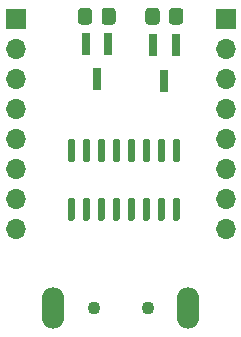
<source format=gbr>
%TF.GenerationSoftware,KiCad,Pcbnew,(5.1.10)-1*%
%TF.CreationDate,2021-07-31T00:05:09+08:00*%
%TF.ProjectId,ESP_Keychain,4553505f-4b65-4796-9368-61696e2e6b69,rev?*%
%TF.SameCoordinates,Original*%
%TF.FileFunction,Soldermask,Bot*%
%TF.FilePolarity,Negative*%
%FSLAX46Y46*%
G04 Gerber Fmt 4.6, Leading zero omitted, Abs format (unit mm)*
G04 Created by KiCad (PCBNEW (5.1.10)-1) date 2021-07-31 00:05:09*
%MOMM*%
%LPD*%
G01*
G04 APERTURE LIST*
%ADD10R,0.800000X1.900000*%
%ADD11O,1.700000X1.700000*%
%ADD12R,1.700000X1.700000*%
%ADD13C,1.100000*%
%ADD14O,1.900000X3.500000*%
G04 APERTURE END LIST*
%TO.C,U2*%
G36*
G01*
X115339000Y-75970000D02*
X115039000Y-75970000D01*
G75*
G02*
X114889000Y-75820000I0J150000D01*
G01*
X114889000Y-74170000D01*
G75*
G02*
X115039000Y-74020000I150000J0D01*
G01*
X115339000Y-74020000D01*
G75*
G02*
X115489000Y-74170000I0J-150000D01*
G01*
X115489000Y-75820000D01*
G75*
G02*
X115339000Y-75970000I-150000J0D01*
G01*
G37*
G36*
G01*
X114069000Y-75970000D02*
X113769000Y-75970000D01*
G75*
G02*
X113619000Y-75820000I0J150000D01*
G01*
X113619000Y-74170000D01*
G75*
G02*
X113769000Y-74020000I150000J0D01*
G01*
X114069000Y-74020000D01*
G75*
G02*
X114219000Y-74170000I0J-150000D01*
G01*
X114219000Y-75820000D01*
G75*
G02*
X114069000Y-75970000I-150000J0D01*
G01*
G37*
G36*
G01*
X112799000Y-75970000D02*
X112499000Y-75970000D01*
G75*
G02*
X112349000Y-75820000I0J150000D01*
G01*
X112349000Y-74170000D01*
G75*
G02*
X112499000Y-74020000I150000J0D01*
G01*
X112799000Y-74020000D01*
G75*
G02*
X112949000Y-74170000I0J-150000D01*
G01*
X112949000Y-75820000D01*
G75*
G02*
X112799000Y-75970000I-150000J0D01*
G01*
G37*
G36*
G01*
X111529000Y-75970000D02*
X111229000Y-75970000D01*
G75*
G02*
X111079000Y-75820000I0J150000D01*
G01*
X111079000Y-74170000D01*
G75*
G02*
X111229000Y-74020000I150000J0D01*
G01*
X111529000Y-74020000D01*
G75*
G02*
X111679000Y-74170000I0J-150000D01*
G01*
X111679000Y-75820000D01*
G75*
G02*
X111529000Y-75970000I-150000J0D01*
G01*
G37*
G36*
G01*
X110259000Y-75970000D02*
X109959000Y-75970000D01*
G75*
G02*
X109809000Y-75820000I0J150000D01*
G01*
X109809000Y-74170000D01*
G75*
G02*
X109959000Y-74020000I150000J0D01*
G01*
X110259000Y-74020000D01*
G75*
G02*
X110409000Y-74170000I0J-150000D01*
G01*
X110409000Y-75820000D01*
G75*
G02*
X110259000Y-75970000I-150000J0D01*
G01*
G37*
G36*
G01*
X108989000Y-75970000D02*
X108689000Y-75970000D01*
G75*
G02*
X108539000Y-75820000I0J150000D01*
G01*
X108539000Y-74170000D01*
G75*
G02*
X108689000Y-74020000I150000J0D01*
G01*
X108989000Y-74020000D01*
G75*
G02*
X109139000Y-74170000I0J-150000D01*
G01*
X109139000Y-75820000D01*
G75*
G02*
X108989000Y-75970000I-150000J0D01*
G01*
G37*
G36*
G01*
X107719000Y-75970000D02*
X107419000Y-75970000D01*
G75*
G02*
X107269000Y-75820000I0J150000D01*
G01*
X107269000Y-74170000D01*
G75*
G02*
X107419000Y-74020000I150000J0D01*
G01*
X107719000Y-74020000D01*
G75*
G02*
X107869000Y-74170000I0J-150000D01*
G01*
X107869000Y-75820000D01*
G75*
G02*
X107719000Y-75970000I-150000J0D01*
G01*
G37*
G36*
G01*
X106449000Y-75970000D02*
X106149000Y-75970000D01*
G75*
G02*
X105999000Y-75820000I0J150000D01*
G01*
X105999000Y-74170000D01*
G75*
G02*
X106149000Y-74020000I150000J0D01*
G01*
X106449000Y-74020000D01*
G75*
G02*
X106599000Y-74170000I0J-150000D01*
G01*
X106599000Y-75820000D01*
G75*
G02*
X106449000Y-75970000I-150000J0D01*
G01*
G37*
G36*
G01*
X106449000Y-80920000D02*
X106149000Y-80920000D01*
G75*
G02*
X105999000Y-80770000I0J150000D01*
G01*
X105999000Y-79120000D01*
G75*
G02*
X106149000Y-78970000I150000J0D01*
G01*
X106449000Y-78970000D01*
G75*
G02*
X106599000Y-79120000I0J-150000D01*
G01*
X106599000Y-80770000D01*
G75*
G02*
X106449000Y-80920000I-150000J0D01*
G01*
G37*
G36*
G01*
X107719000Y-80920000D02*
X107419000Y-80920000D01*
G75*
G02*
X107269000Y-80770000I0J150000D01*
G01*
X107269000Y-79120000D01*
G75*
G02*
X107419000Y-78970000I150000J0D01*
G01*
X107719000Y-78970000D01*
G75*
G02*
X107869000Y-79120000I0J-150000D01*
G01*
X107869000Y-80770000D01*
G75*
G02*
X107719000Y-80920000I-150000J0D01*
G01*
G37*
G36*
G01*
X108989000Y-80920000D02*
X108689000Y-80920000D01*
G75*
G02*
X108539000Y-80770000I0J150000D01*
G01*
X108539000Y-79120000D01*
G75*
G02*
X108689000Y-78970000I150000J0D01*
G01*
X108989000Y-78970000D01*
G75*
G02*
X109139000Y-79120000I0J-150000D01*
G01*
X109139000Y-80770000D01*
G75*
G02*
X108989000Y-80920000I-150000J0D01*
G01*
G37*
G36*
G01*
X110259000Y-80920000D02*
X109959000Y-80920000D01*
G75*
G02*
X109809000Y-80770000I0J150000D01*
G01*
X109809000Y-79120000D01*
G75*
G02*
X109959000Y-78970000I150000J0D01*
G01*
X110259000Y-78970000D01*
G75*
G02*
X110409000Y-79120000I0J-150000D01*
G01*
X110409000Y-80770000D01*
G75*
G02*
X110259000Y-80920000I-150000J0D01*
G01*
G37*
G36*
G01*
X111529000Y-80920000D02*
X111229000Y-80920000D01*
G75*
G02*
X111079000Y-80770000I0J150000D01*
G01*
X111079000Y-79120000D01*
G75*
G02*
X111229000Y-78970000I150000J0D01*
G01*
X111529000Y-78970000D01*
G75*
G02*
X111679000Y-79120000I0J-150000D01*
G01*
X111679000Y-80770000D01*
G75*
G02*
X111529000Y-80920000I-150000J0D01*
G01*
G37*
G36*
G01*
X112799000Y-80920000D02*
X112499000Y-80920000D01*
G75*
G02*
X112349000Y-80770000I0J150000D01*
G01*
X112349000Y-79120000D01*
G75*
G02*
X112499000Y-78970000I150000J0D01*
G01*
X112799000Y-78970000D01*
G75*
G02*
X112949000Y-79120000I0J-150000D01*
G01*
X112949000Y-80770000D01*
G75*
G02*
X112799000Y-80920000I-150000J0D01*
G01*
G37*
G36*
G01*
X114069000Y-80920000D02*
X113769000Y-80920000D01*
G75*
G02*
X113619000Y-80770000I0J150000D01*
G01*
X113619000Y-79120000D01*
G75*
G02*
X113769000Y-78970000I150000J0D01*
G01*
X114069000Y-78970000D01*
G75*
G02*
X114219000Y-79120000I0J-150000D01*
G01*
X114219000Y-80770000D01*
G75*
G02*
X114069000Y-80920000I-150000J0D01*
G01*
G37*
G36*
G01*
X115339000Y-80920000D02*
X115039000Y-80920000D01*
G75*
G02*
X114889000Y-80770000I0J150000D01*
G01*
X114889000Y-79120000D01*
G75*
G02*
X115039000Y-78970000I150000J0D01*
G01*
X115339000Y-78970000D01*
G75*
G02*
X115489000Y-79120000I0J-150000D01*
G01*
X115489000Y-80770000D01*
G75*
G02*
X115339000Y-80920000I-150000J0D01*
G01*
G37*
%TD*%
%TO.C,R2*%
G36*
G01*
X113773000Y-63176999D02*
X113773000Y-64077001D01*
G75*
G02*
X113523001Y-64327000I-249999J0D01*
G01*
X112822999Y-64327000D01*
G75*
G02*
X112573000Y-64077001I0J249999D01*
G01*
X112573000Y-63176999D01*
G75*
G02*
X112822999Y-62927000I249999J0D01*
G01*
X113523001Y-62927000D01*
G75*
G02*
X113773000Y-63176999I0J-249999D01*
G01*
G37*
G36*
G01*
X115773000Y-63176999D02*
X115773000Y-64077001D01*
G75*
G02*
X115523001Y-64327000I-249999J0D01*
G01*
X114822999Y-64327000D01*
G75*
G02*
X114573000Y-64077001I0J249999D01*
G01*
X114573000Y-63176999D01*
G75*
G02*
X114822999Y-62927000I249999J0D01*
G01*
X115523001Y-62927000D01*
G75*
G02*
X115773000Y-63176999I0J-249999D01*
G01*
G37*
%TD*%
%TO.C,R1*%
G36*
G01*
X108858000Y-64077001D02*
X108858000Y-63176999D01*
G75*
G02*
X109107999Y-62927000I249999J0D01*
G01*
X109808001Y-62927000D01*
G75*
G02*
X110058000Y-63176999I0J-249999D01*
G01*
X110058000Y-64077001D01*
G75*
G02*
X109808001Y-64327000I-249999J0D01*
G01*
X109107999Y-64327000D01*
G75*
G02*
X108858000Y-64077001I0J249999D01*
G01*
G37*
G36*
G01*
X106858000Y-64077001D02*
X106858000Y-63176999D01*
G75*
G02*
X107107999Y-62927000I249999J0D01*
G01*
X107808001Y-62927000D01*
G75*
G02*
X108058000Y-63176999I0J-249999D01*
G01*
X108058000Y-64077001D01*
G75*
G02*
X107808001Y-64327000I-249999J0D01*
G01*
X107107999Y-64327000D01*
G75*
G02*
X106858000Y-64077001I0J249999D01*
G01*
G37*
%TD*%
D10*
%TO.C,Q2*%
X108458000Y-68937000D03*
X109408000Y-65937000D03*
X107508000Y-65937000D03*
%TD*%
%TO.C,Q1*%
X114173000Y-69064000D03*
X115123000Y-66064000D03*
X113223000Y-66064000D03*
%TD*%
D11*
%TO.C,J3*%
X119380000Y-81635600D03*
X119380000Y-79095600D03*
X119380000Y-76555600D03*
X119380000Y-74015600D03*
X119380000Y-71475600D03*
X119380000Y-68935600D03*
X119380000Y-66395600D03*
D12*
X119380000Y-63855600D03*
%TD*%
D11*
%TO.C,J2*%
X101600000Y-81635600D03*
X101600000Y-79095600D03*
X101600000Y-76555600D03*
X101600000Y-74015600D03*
X101600000Y-71475600D03*
X101600000Y-68935600D03*
X101600000Y-66395600D03*
D12*
X101600000Y-63855600D03*
%TD*%
D13*
%TO.C,J1*%
X108190000Y-88350000D03*
X112790000Y-88350000D03*
D14*
X104790000Y-88350000D03*
X116190000Y-88350000D03*
%TD*%
M02*

</source>
